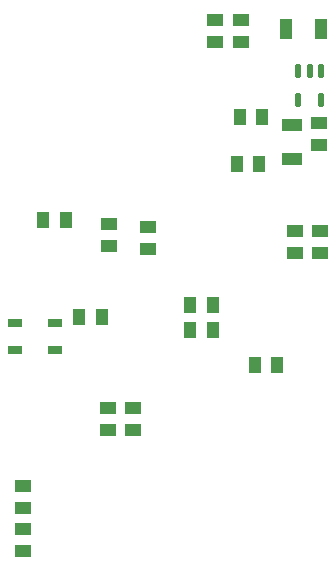
<source format=gbp>
G04*
G04 #@! TF.GenerationSoftware,Altium Limited,Altium Designer,20.0.10 (225)*
G04*
G04 Layer_Color=128*
%FSLAX25Y25*%
%MOIN*%
G70*
G01*
G75*
%ADD19R,0.04000X0.05500*%
%ADD20R,0.05500X0.04000*%
G04:AMPARAMS|DCode=81|XSize=47.64mil|YSize=23.23mil|CornerRadius=5.81mil|HoleSize=0mil|Usage=FLASHONLY|Rotation=270.000|XOffset=0mil|YOffset=0mil|HoleType=Round|Shape=RoundedRectangle|*
%AMROUNDEDRECTD81*
21,1,0.04764,0.01161,0,0,270.0*
21,1,0.03602,0.02323,0,0,270.0*
1,1,0.01161,-0.00581,-0.01801*
1,1,0.01161,-0.00581,0.01801*
1,1,0.01161,0.00581,0.01801*
1,1,0.01161,0.00581,-0.01801*
%
%ADD81ROUNDEDRECTD81*%
%ADD82R,0.06772X0.04134*%
%ADD83R,0.04800X0.03000*%
%ADD84R,0.04134X0.06772*%
D19*
X76200Y128172D02*
D03*
X68800D02*
D03*
X76200Y136500D02*
D03*
X68800D02*
D03*
X31800Y132500D02*
D03*
X39200D02*
D03*
X19800Y165000D02*
D03*
X27200D02*
D03*
X84300Y183500D02*
D03*
X91700D02*
D03*
X97700Y116500D02*
D03*
X90300D02*
D03*
X92700Y199300D02*
D03*
X85300D02*
D03*
D20*
X103500Y153800D02*
D03*
Y161200D02*
D03*
X49500Y95000D02*
D03*
Y102400D02*
D03*
X41172Y95000D02*
D03*
Y102400D02*
D03*
X41500Y156300D02*
D03*
Y163700D02*
D03*
X54500Y155300D02*
D03*
Y162700D02*
D03*
X13000Y68800D02*
D03*
Y76200D02*
D03*
X112000Y161200D02*
D03*
Y153800D02*
D03*
X77000Y231700D02*
D03*
Y224300D02*
D03*
X111700Y197369D02*
D03*
Y189969D02*
D03*
X13000Y54449D02*
D03*
Y61849D02*
D03*
X85500Y231700D02*
D03*
Y224300D02*
D03*
D81*
X104760Y204809D02*
D03*
X112240Y214691D02*
D03*
X104760D02*
D03*
X108500D02*
D03*
X112240Y204809D02*
D03*
D82*
X102500Y196748D02*
D03*
Y185252D02*
D03*
D83*
X10400Y121500D02*
D03*
X23600D02*
D03*
X10400Y130500D02*
D03*
X23600D02*
D03*
D84*
X112248Y228500D02*
D03*
X100752D02*
D03*
M02*

</source>
